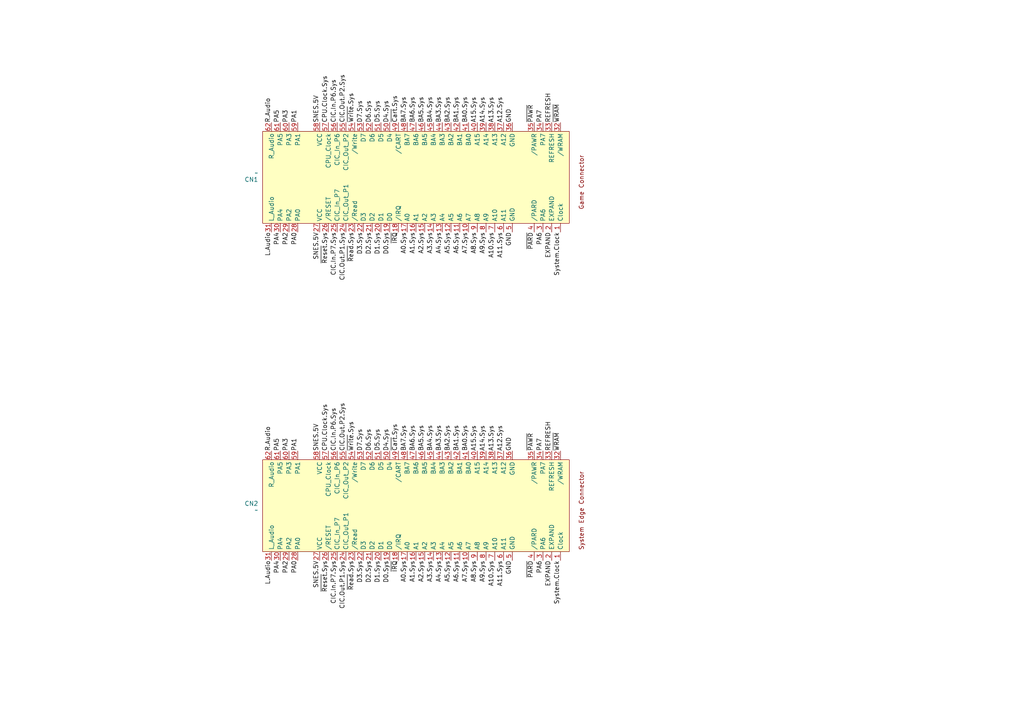
<source format=kicad_sch>
(kicad_sch
	(version 20231120)
	(generator "eeschema")
	(generator_version "8.0")
	(uuid "731ce6b9-d302-48ed-9f08-660df7ec43b3")
	(paper "A4")
	(lib_symbols
		(symbol "!SF7:SNES_Connector"
			(exclude_from_sim no)
			(in_bom yes)
			(on_board yes)
			(property "Reference" "CN2"
				(at 0.635 -48.26 0)
				(effects
					(font
						(size 1.27 1.27)
					)
				)
			)
			(property "Value" "~"
				(at 0.635 -45.72 0)
				(effects
					(font
						(size 1.27 1.27)
					)
				)
			)
			(property "Footprint" "SFIII:Cartridge Slot"
				(at 0 0 0)
				(effects
					(font
						(size 1.27 1.27)
					)
					(hide yes)
				)
			)
			(property "Datasheet" ""
				(at 0 0 0)
				(effects
					(font
						(size 1.27 1.27)
					)
					(hide yes)
				)
			)
			(property "Description" ""
				(at 0 0 0)
				(effects
					(font
						(size 1.27 1.27)
					)
					(hide yes)
				)
			)
			(symbol "SNES_Connector_1_1"
				(rectangle
					(start -12.7 44.45)
					(end 13.97 -44.45)
					(stroke
						(width 0)
						(type default)
					)
					(fill
						(type background)
					)
				)
				(text "System Edge Connector"
					(at -0.762 48.006 0)
					(effects
						(font
							(size 1.27 1.27)
						)
					)
				)
				(pin input line
					(at -15.24 41.91 0)
					(length 2.54)
					(name "Clock"
						(effects
							(font
								(size 1.27 1.27)
							)
						)
					)
					(number "1"
						(effects
							(font
								(size 1.27 1.27)
							)
						)
					)
				)
				(pin input line
					(at -15.24 15.24 0)
					(length 2.54)
					(name "A7"
						(effects
							(font
								(size 1.27 1.27)
							)
						)
					)
					(number "10"
						(effects
							(font
								(size 1.27 1.27)
							)
						)
					)
				)
				(pin input line
					(at -15.24 12.7 0)
					(length 2.54)
					(name "A6"
						(effects
							(font
								(size 1.27 1.27)
							)
						)
					)
					(number "11"
						(effects
							(font
								(size 1.27 1.27)
							)
						)
					)
				)
				(pin input line
					(at -15.24 10.16 0)
					(length 2.54)
					(name "A5"
						(effects
							(font
								(size 1.27 1.27)
							)
						)
					)
					(number "12"
						(effects
							(font
								(size 1.27 1.27)
							)
						)
					)
				)
				(pin input line
					(at -15.24 7.62 0)
					(length 2.54)
					(name "A4"
						(effects
							(font
								(size 1.27 1.27)
							)
						)
					)
					(number "13"
						(effects
							(font
								(size 1.27 1.27)
							)
						)
					)
				)
				(pin input line
					(at -15.24 5.08 0)
					(length 2.54)
					(name "A3"
						(effects
							(font
								(size 1.27 1.27)
							)
						)
					)
					(number "14"
						(effects
							(font
								(size 1.27 1.27)
							)
						)
					)
				)
				(pin input line
					(at -15.24 2.54 0)
					(length 2.54)
					(name "A2"
						(effects
							(font
								(size 1.27 1.27)
							)
						)
					)
					(number "15"
						(effects
							(font
								(size 1.27 1.27)
							)
						)
					)
				)
				(pin input line
					(at -15.24 0 0)
					(length 2.54)
					(name "A1"
						(effects
							(font
								(size 1.27 1.27)
							)
						)
					)
					(number "16"
						(effects
							(font
								(size 1.27 1.27)
							)
						)
					)
				)
				(pin input line
					(at -15.24 -2.54 0)
					(length 2.54)
					(name "A0"
						(effects
							(font
								(size 1.27 1.27)
							)
						)
					)
					(number "17"
						(effects
							(font
								(size 1.27 1.27)
							)
						)
					)
				)
				(pin input line
					(at -15.24 -5.08 0)
					(length 2.54)
					(name "/IRQ"
						(effects
							(font
								(size 1.27 1.27)
							)
						)
					)
					(number "18"
						(effects
							(font
								(size 1.27 1.27)
							)
						)
					)
				)
				(pin input line
					(at -15.24 -7.62 0)
					(length 2.54)
					(name "D0"
						(effects
							(font
								(size 1.27 1.27)
							)
						)
					)
					(number "19"
						(effects
							(font
								(size 1.27 1.27)
							)
						)
					)
				)
				(pin input line
					(at -15.24 39.37 0)
					(length 2.54)
					(name "EXPAND"
						(effects
							(font
								(size 1.27 1.27)
							)
						)
					)
					(number "2"
						(effects
							(font
								(size 1.27 1.27)
							)
						)
					)
				)
				(pin input line
					(at -15.24 -10.16 0)
					(length 2.54)
					(name "D1"
						(effects
							(font
								(size 1.27 1.27)
							)
						)
					)
					(number "20"
						(effects
							(font
								(size 1.27 1.27)
							)
						)
					)
				)
				(pin input line
					(at -15.24 -12.7 0)
					(length 2.54)
					(name "D2"
						(effects
							(font
								(size 1.27 1.27)
							)
						)
					)
					(number "21"
						(effects
							(font
								(size 1.27 1.27)
							)
						)
					)
				)
				(pin input line
					(at -15.24 -15.24 0)
					(length 2.54)
					(name "D3"
						(effects
							(font
								(size 1.27 1.27)
							)
						)
					)
					(number "22"
						(effects
							(font
								(size 1.27 1.27)
							)
						)
					)
				)
				(pin input line
					(at -15.24 -17.78 0)
					(length 2.54)
					(name "/Read"
						(effects
							(font
								(size 1.27 1.27)
							)
						)
					)
					(number "23"
						(effects
							(font
								(size 1.27 1.27)
							)
						)
					)
				)
				(pin input line
					(at -15.24 -20.32 0)
					(length 2.54)
					(name "CIC_Out_P1"
						(effects
							(font
								(size 1.27 1.27)
							)
						)
					)
					(number "24"
						(effects
							(font
								(size 1.27 1.27)
							)
						)
					)
				)
				(pin input line
					(at -15.24 -22.86 0)
					(length 2.54)
					(name "CIC_In_P7"
						(effects
							(font
								(size 1.27 1.27)
							)
						)
					)
					(number "25"
						(effects
							(font
								(size 1.27 1.27)
							)
						)
					)
				)
				(pin input line
					(at -15.24 -25.4 0)
					(length 2.54)
					(name "/RESET"
						(effects
							(font
								(size 1.27 1.27)
							)
						)
					)
					(number "26"
						(effects
							(font
								(size 1.27 1.27)
							)
						)
					)
				)
				(pin power_in line
					(at -15.24 -27.94 0)
					(length 2.54)
					(name "VCC"
						(effects
							(font
								(size 1.27 1.27)
							)
						)
					)
					(number "27"
						(effects
							(font
								(size 1.27 1.27)
							)
						)
					)
				)
				(pin input line
					(at -15.24 -34.29 0)
					(length 2.54)
					(name "PA0"
						(effects
							(font
								(size 1.27 1.27)
							)
						)
					)
					(number "28"
						(effects
							(font
								(size 1.27 1.27)
							)
						)
					)
				)
				(pin input line
					(at -15.24 -36.83 0)
					(length 2.54)
					(name "PA2"
						(effects
							(font
								(size 1.27 1.27)
							)
						)
					)
					(number "29"
						(effects
							(font
								(size 1.27 1.27)
							)
						)
					)
				)
				(pin input line
					(at -15.24 36.83 0)
					(length 2.54)
					(name "PA6"
						(effects
							(font
								(size 1.27 1.27)
							)
						)
					)
					(number "3"
						(effects
							(font
								(size 1.27 1.27)
							)
						)
					)
				)
				(pin input line
					(at -15.24 -39.37 0)
					(length 2.54)
					(name "PA4"
						(effects
							(font
								(size 1.27 1.27)
							)
						)
					)
					(number "30"
						(effects
							(font
								(size 1.27 1.27)
							)
						)
					)
				)
				(pin input line
					(at -15.24 -41.91 0)
					(length 2.54)
					(name "L_Audio"
						(effects
							(font
								(size 1.27 1.27)
							)
						)
					)
					(number "31"
						(effects
							(font
								(size 1.27 1.27)
							)
						)
					)
				)
				(pin input line
					(at 16.51 41.91 180)
					(length 2.54)
					(name "/WRAM"
						(effects
							(font
								(size 1.27 1.27)
							)
						)
					)
					(number "32"
						(effects
							(font
								(size 1.27 1.27)
							)
						)
					)
				)
				(pin input line
					(at 16.51 39.37 180)
					(length 2.54)
					(name "REFRESH"
						(effects
							(font
								(size 1.27 1.27)
							)
						)
					)
					(number "33"
						(effects
							(font
								(size 1.27 1.27)
							)
						)
					)
				)
				(pin input line
					(at 16.51 36.83 180)
					(length 2.54)
					(name "PA7"
						(effects
							(font
								(size 1.27 1.27)
							)
						)
					)
					(number "34"
						(effects
							(font
								(size 1.27 1.27)
							)
						)
					)
				)
				(pin input line
					(at 16.51 34.29 180)
					(length 2.54)
					(name "/PAWR"
						(effects
							(font
								(size 1.27 1.27)
							)
						)
					)
					(number "35"
						(effects
							(font
								(size 1.27 1.27)
							)
						)
					)
				)
				(pin power_in line
					(at 16.51 27.94 180)
					(length 2.54)
					(name "GND"
						(effects
							(font
								(size 1.27 1.27)
							)
						)
					)
					(number "36"
						(effects
							(font
								(size 1.27 1.27)
							)
						)
					)
				)
				(pin input line
					(at 16.51 25.4 180)
					(length 2.54)
					(name "A12"
						(effects
							(font
								(size 1.27 1.27)
							)
						)
					)
					(number "37"
						(effects
							(font
								(size 1.27 1.27)
							)
						)
					)
				)
				(pin input line
					(at 16.51 22.86 180)
					(length 2.54)
					(name "A13"
						(effects
							(font
								(size 1.27 1.27)
							)
						)
					)
					(number "38"
						(effects
							(font
								(size 1.27 1.27)
							)
						)
					)
				)
				(pin input line
					(at 16.51 20.32 180)
					(length 2.54)
					(name "A14"
						(effects
							(font
								(size 1.27 1.27)
							)
						)
					)
					(number "39"
						(effects
							(font
								(size 1.27 1.27)
							)
						)
					)
				)
				(pin input line
					(at -15.24 34.29 0)
					(length 2.54)
					(name "/PARD"
						(effects
							(font
								(size 1.27 1.27)
							)
						)
					)
					(number "4"
						(effects
							(font
								(size 1.27 1.27)
							)
						)
					)
				)
				(pin input line
					(at 16.51 17.78 180)
					(length 2.54)
					(name "A15"
						(effects
							(font
								(size 1.27 1.27)
							)
						)
					)
					(number "40"
						(effects
							(font
								(size 1.27 1.27)
							)
						)
					)
				)
				(pin input line
					(at 16.51 15.24 180)
					(length 2.54)
					(name "BA0"
						(effects
							(font
								(size 1.27 1.27)
							)
						)
					)
					(number "41"
						(effects
							(font
								(size 1.27 1.27)
							)
						)
					)
				)
				(pin input line
					(at 16.51 12.7 180)
					(length 2.54)
					(name "BA1"
						(effects
							(font
								(size 1.27 1.27)
							)
						)
					)
					(number "42"
						(effects
							(font
								(size 1.27 1.27)
							)
						)
					)
				)
				(pin input line
					(at 16.51 10.16 180)
					(length 2.54)
					(name "BA2"
						(effects
							(font
								(size 1.27 1.27)
							)
						)
					)
					(number "43"
						(effects
							(font
								(size 1.27 1.27)
							)
						)
					)
				)
				(pin input line
					(at 16.51 7.62 180)
					(length 2.54)
					(name "BA3"
						(effects
							(font
								(size 1.27 1.27)
							)
						)
					)
					(number "44"
						(effects
							(font
								(size 1.27 1.27)
							)
						)
					)
				)
				(pin input line
					(at 16.51 5.08 180)
					(length 2.54)
					(name "BA4"
						(effects
							(font
								(size 1.27 1.27)
							)
						)
					)
					(number "45"
						(effects
							(font
								(size 1.27 1.27)
							)
						)
					)
				)
				(pin input line
					(at 16.51 2.54 180)
					(length 2.54)
					(name "BA5"
						(effects
							(font
								(size 1.27 1.27)
							)
						)
					)
					(number "46"
						(effects
							(font
								(size 1.27 1.27)
							)
						)
					)
				)
				(pin input line
					(at 16.51 0 180)
					(length 2.54)
					(name "BA6"
						(effects
							(font
								(size 1.27 1.27)
							)
						)
					)
					(number "47"
						(effects
							(font
								(size 1.27 1.27)
							)
						)
					)
				)
				(pin input line
					(at 16.51 -2.54 180)
					(length 2.54)
					(name "BA7"
						(effects
							(font
								(size 1.27 1.27)
							)
						)
					)
					(number "48"
						(effects
							(font
								(size 1.27 1.27)
							)
						)
					)
				)
				(pin input line
					(at 16.51 -5.08 180)
					(length 2.54)
					(name "/CART"
						(effects
							(font
								(size 1.27 1.27)
							)
						)
					)
					(number "49"
						(effects
							(font
								(size 1.27 1.27)
							)
						)
					)
				)
				(pin power_in line
					(at -15.24 27.94 0)
					(length 2.54)
					(name "GND"
						(effects
							(font
								(size 1.27 1.27)
							)
						)
					)
					(number "5"
						(effects
							(font
								(size 1.27 1.27)
							)
						)
					)
				)
				(pin input line
					(at 16.51 -7.62 180)
					(length 2.54)
					(name "D4"
						(effects
							(font
								(size 1.27 1.27)
							)
						)
					)
					(number "50"
						(effects
							(font
								(size 1.27 1.27)
							)
						)
					)
				)
				(pin input line
					(at 16.51 -10.16 180)
					(length 2.54)
					(name "D5"
						(effects
							(font
								(size 1.27 1.27)
							)
						)
					)
					(number "51"
						(effects
							(font
								(size 1.27 1.27)
							)
						)
					)
				)
				(pin input line
					(at 16.51 -12.7 180)
					(length 2.54)
					(name "D6"
						(effects
							(font
								(size 1.27 1.27)
							)
						)
					)
					(number "52"
						(effects
							(font
								(size 1.27 1.27)
							)
						)
					)
				)
				(pin input line
					(at 16.51 -15.24 180)
					(length 2.54)
					(name "D7"
						(effects
							(font
								(size 1.27 1.27)
							)
						)
					)
					(number "53"
						(effects
							(font
								(size 1.27 1.27)
							)
						)
					)
				)
				(pin input line
					(at 16.51 -17.78 180)
					(length 2.54)
					(name "/Write"
						(effects
							(font
								(size 1.27 1.27)
							)
						)
					)
					(number "54"
						(effects
							(font
								(size 1.27 1.27)
							)
						)
					)
				)
				(pin input line
					(at 16.51 -20.32 180)
					(length 2.54)
					(name "CIC_Out_P2"
						(effects
							(font
								(size 1.27 1.27)
							)
						)
					)
					(number "55"
						(effects
							(font
								(size 1.27 1.27)
							)
						)
					)
				)
				(pin input line
					(at 16.51 -22.86 180)
					(length 2.54)
					(name "CIC_In_P6"
						(effects
							(font
								(size 1.27 1.27)
							)
						)
					)
					(number "56"
						(effects
							(font
								(size 1.27 1.27)
							)
						)
					)
				)
				(pin input line
					(at 16.51 -25.4 180)
					(length 2.54)
					(name "CPU_Clock"
						(effects
							(font
								(size 1.27 1.27)
							)
						)
					)
					(number "57"
						(effects
							(font
								(size 1.27 1.27)
							)
						)
					)
				)
				(pin power_in line
					(at 16.51 -27.94 180)
					(length 2.54)
					(name "VCC"
						(effects
							(font
								(size 1.27 1.27)
							)
						)
					)
					(number "58"
						(effects
							(font
								(size 1.27 1.27)
							)
						)
					)
				)
				(pin input line
					(at 16.51 -34.29 180)
					(length 2.54)
					(name "PA1"
						(effects
							(font
								(size 1.27 1.27)
							)
						)
					)
					(number "59"
						(effects
							(font
								(size 1.27 1.27)
							)
						)
					)
				)
				(pin input line
					(at -15.24 25.4 0)
					(length 2.54)
					(name "A11"
						(effects
							(font
								(size 1.27 1.27)
							)
						)
					)
					(number "6"
						(effects
							(font
								(size 1.27 1.27)
							)
						)
					)
				)
				(pin input line
					(at 16.51 -36.83 180)
					(length 2.54)
					(name "PA3"
						(effects
							(font
								(size 1.27 1.27)
							)
						)
					)
					(number "60"
						(effects
							(font
								(size 1.27 1.27)
							)
						)
					)
				)
				(pin input line
					(at 16.51 -39.37 180)
					(length 2.54)
					(name "PA5"
						(effects
							(font
								(size 1.27 1.27)
							)
						)
					)
					(number "61"
						(effects
							(font
								(size 1.27 1.27)
							)
						)
					)
				)
				(pin input line
					(at 16.51 -41.91 180)
					(length 2.54)
					(name "R_Audio"
						(effects
							(font
								(size 1.27 1.27)
							)
						)
					)
					(number "62"
						(effects
							(font
								(size 1.27 1.27)
							)
						)
					)
				)
				(pin input line
					(at -15.24 22.86 0)
					(length 2.54)
					(name "A10"
						(effects
							(font
								(size 1.27 1.27)
							)
						)
					)
					(number "7"
						(effects
							(font
								(size 1.27 1.27)
							)
						)
					)
				)
				(pin input line
					(at -15.24 20.32 0)
					(length 2.54)
					(name "A9"
						(effects
							(font
								(size 1.27 1.27)
							)
						)
					)
					(number "8"
						(effects
							(font
								(size 1.27 1.27)
							)
						)
					)
				)
				(pin input line
					(at -15.24 17.78 0)
					(length 2.54)
					(name "A8"
						(effects
							(font
								(size 1.27 1.27)
							)
						)
					)
					(number "9"
						(effects
							(font
								(size 1.27 1.27)
							)
						)
					)
				)
			)
		)
		(symbol "!SF7:SNES_Connector_1"
			(exclude_from_sim no)
			(in_bom yes)
			(on_board yes)
			(property "Reference" "CN1"
				(at -0.0001 -45.72 90)
				(effects
					(font
						(size 1.27 1.27)
					)
					(justify right)
				)
			)
			(property "Value" "~"
				(at 1.905 -45.72 90)
				(effects
					(font
						(size 1.27 1.27)
					)
					(justify right)
				)
			)
			(property "Footprint" "SFIII:Cartridge Slot"
				(at 0 0 0)
				(effects
					(font
						(size 1.27 1.27)
					)
					(hide yes)
				)
			)
			(property "Datasheet" ""
				(at 0 0 0)
				(effects
					(font
						(size 1.27 1.27)
					)
					(hide yes)
				)
			)
			(property "Description" ""
				(at 0 0 0)
				(effects
					(font
						(size 1.27 1.27)
					)
					(hide yes)
				)
			)
			(symbol "SNES_Connector_1_1_1"
				(rectangle
					(start -12.7 44.45)
					(end 13.97 -44.45)
					(stroke
						(width 0)
						(type default)
					)
					(fill
						(type background)
					)
				)
				(text "Game Connector"
					(at -0.762 48.006 0)
					(effects
						(font
							(size 1.27 1.27)
						)
					)
				)
				(pin input line
					(at -15.24 41.91 0)
					(length 2.54)
					(name "Clock"
						(effects
							(font
								(size 1.27 1.27)
							)
						)
					)
					(number "1"
						(effects
							(font
								(size 1.27 1.27)
							)
						)
					)
				)
				(pin input line
					(at -15.24 15.24 0)
					(length 2.54)
					(name "A7"
						(effects
							(font
								(size 1.27 1.27)
							)
						)
					)
					(number "10"
						(effects
							(font
								(size 1.27 1.27)
							)
						)
					)
				)
				(pin input line
					(at -15.24 12.7 0)
					(length 2.54)
					(name "A6"
						(effects
							(font
								(size 1.27 1.27)
							)
						)
					)
					(number "11"
						(effects
							(font
								(size 1.27 1.27)
							)
						)
					)
				)
				(pin input line
					(at -15.24 10.16 0)
					(length 2.54)
					(name "A5"
						(effects
							(font
								(size 1.27 1.27)
							)
						)
					)
					(number "12"
						(effects
							(font
								(size 1.27 1.27)
							)
						)
					)
				)
				(pin input line
					(at -15.24 7.62 0)
					(length 2.54)
					(name "A4"
						(effects
							(font
								(size 1.27 1.27)
							)
						)
					)
					(number "13"
						(effects
							(font
								(size 1.27 1.27)
							)
						)
					)
				)
				(pin input line
					(at -15.24 5.08 0)
					(length 2.54)
					(name "A3"
						(effects
							(font
								(size 1.27 1.27)
							)
						)
					)
					(number "14"
						(effects
							(font
								(size 1.27 1.27)
							)
						)
					)
				)
				(pin input line
					(at -15.24 2.54 0)
					(length 2.54)
					(name "A2"
						(effects
							(font
								(size 1.27 1.27)
							)
						)
					)
					(number "15"
						(effects
							(font
								(size 1.27 1.27)
							)
						)
					)
				)
				(pin input line
					(at -15.24 0 0)
					(length 2.54)
					(name "A1"
						(effects
							(font
								(size 1.27 1.27)
							)
						)
					)
					(number "16"
						(effects
							(font
								(size 1.27 1.27)
							)
						)
					)
				)
				(pin input line
					(at -15.24 -2.54 0)
					(length 2.54)
					(name "A0"
						(effects
							(font
								(size 1.27 1.27)
							)
						)
					)
					(number "17"
						(effects
							(font
								(size 1.27 1.27)
							)
						)
					)
				)
				(pin input line
					(at -15.24 -5.08 0)
					(length 2.54)
					(name "/IRQ"
						(effects
							(font
								(size 1.27 1.27)
							)
						)
					)
					(number "18"
						(effects
							(font
								(size 1.27 1.27)
							)
						)
					)
				)
				(pin input line
					(at -15.24 -7.62 0)
					(length 2.54)
					(name "D0"
						(effects
							(font
								(size 1.27 1.27)
							)
						)
					)
					(number "19"
						(effects
							(font
								(size 1.27 1.27)
							)
						)
					)
				)
				(pin input line
					(at -15.24 39.37 0)
					(length 2.54)
					(name "EXPAND"
						(effects
							(font
								(size 1.27 1.27)
							)
						)
					)
					(number "2"
						(effects
							(font
								(size 1.27 1.27)
							)
						)
					)
				)
				(pin input line
					(at -15.24 -10.16 0)
					(length 2.54)
					(name "D1"
						(effects
							(font
								(size 1.27 1.27)
							)
						)
					)
					(number "20"
						(effects
							(font
								(size 1.27 1.27)
							)
						)
					)
				)
				(pin input line
					(at -15.24 -12.7 0)
					(length 2.54)
					(name "D2"
						(effects
							(font
								(size 1.27 1.27)
							)
						)
					)
					(number "21"
						(effects
							(font
								(size 1.27 1.27)
							)
						)
					)
				)
				(pin input line
					(at -15.24 -15.24 0)
					(length 2.54)
					(name "D3"
						(effects
							(font
								(size 1.27 1.27)
							)
						)
					)
					(number "22"
						(effects
							(font
								(size 1.27 1.27)
							)
						)
					)
				)
				(pin input line
					(at -15.24 -17.78 0)
					(length 2.54)
					(name "/Read"
						(effects
							(font
								(size 1.27 1.27)
							)
						)
					)
					(number "23"
						(effects
							(font
								(size 1.27 1.27)
							)
						)
					)
				)
				(pin input line
					(at -15.24 -20.32 0)
					(length 2.54)
					(name "CIC_Out_P1"
						(effects
							(font
								(size 1.27 1.27)
							)
						)
					)
					(number "24"
						(effects
							(font
								(size 1.27 1.27)
							)
						)
					)
				)
				(pin input line
					(at -15.24 -22.86 0)
					(length 2.54)
					(name "CIC_In_P7"
						(effects
							(font
								(size 1.27 1.27)
							)
						)
					)
					(number "25"
						(effects
							(font
								(size 1.27 1.27)
							)
						)
					)
				)
				(pin input line
					(at -15.24 -25.4 0)
					(length 2.54)
					(name "/RESET"
						(effects
							(font
								(size 1.27 1.27)
							)
						)
					)
					(number "26"
						(effects
							(font
								(size 1.27 1.27)
							)
						)
					)
				)
				(pin power_in line
					(at -15.24 -27.94 0)
					(length 2.54)
					(name "VCC"
						(effects
							(font
								(size 1.27 1.27)
							)
						)
					)
					(number "27"
						(effects
							(font
								(size 1.27 1.27)
							)
						)
					)
				)
				(pin input line
					(at -15.24 -34.29 0)
					(length 2.54)
					(name "PA0"
						(effects
							(font
								(size 1.27 1.27)
							)
						)
					)
					(number "28"
						(effects
							(font
								(size 1.27 1.27)
							)
						)
					)
				)
				(pin input line
					(at -15.24 -36.83 0)
					(length 2.54)
					(name "PA2"
						(effects
							(font
								(size 1.27 1.27)
							)
						)
					)
					(number "29"
						(effects
							(font
								(size 1.27 1.27)
							)
						)
					)
				)
				(pin input line
					(at -15.24 36.83 0)
					(length 2.54)
					(name "PA6"
						(effects
							(font
								(size 1.27 1.27)
							)
						)
					)
					(number "3"
						(effects
							(font
								(size 1.27 1.27)
							)
						)
					)
				)
				(pin input line
					(at -15.24 -39.37 0)
					(length 2.54)
					(name "PA4"
						(effects
							(font
								(size 1.27 1.27)
							)
						)
					)
					(number "30"
						(effects
							(font
								(size 1.27 1.27)
							)
						)
					)
				)
				(pin input line
					(at -15.24 -41.91 0)
					(length 2.54)
					(name "L_Audio"
						(effects
							(font
								(size 1.27 1.27)
							)
						)
					)
					(number "31"
						(effects
							(font
								(size 1.27 1.27)
							)
						)
					)
				)
				(pin input line
					(at 16.51 41.91 180)
					(length 2.54)
					(name "/WRAM"
						(effects
							(font
								(size 1.27 1.27)
							)
						)
					)
					(number "32"
						(effects
							(font
								(size 1.27 1.27)
							)
						)
					)
				)
				(pin input line
					(at 16.51 39.37 180)
					(length 2.54)
					(name "REFRESH"
						(effects
							(font
								(size 1.27 1.27)
							)
						)
					)
					(number "33"
						(effects
							(font
								(size 1.27 1.27)
							)
						)
					)
				)
				(pin input line
					(at 16.51 36.83 180)
					(length 2.54)
					(name "PA7"
						(effects
							(font
								(size 1.27 1.27)
							)
						)
					)
					(number "34"
						(effects
							(font
								(size 1.27 1.27)
							)
						)
					)
				)
				(pin input line
					(at 16.51 34.29 180)
					(length 2.54)
					(name "/PAWR"
						(effects
							(font
								(size 1.27 1.27)
							)
						)
					)
					(number "35"
						(effects
							(font
								(size 1.27 1.27)
							)
						)
					)
				)
				(pin power_in line
					(at 16.51 27.94 180)
					(length 2.54)
					(name "GND"
						(effects
							(font
								(size 1.27 1.27)
							)
						)
					)
					(number "36"
						(effects
							(font
								(size 1.27 1.27)
							)
						)
					)
				)
				(pin input line
					(at 16.51 25.4 180)
					(length 2.54)
					(name "A12"
						(effects
							(font
								(size 1.27 1.27)
							)
						)
					)
					(number "37"
						(effects
							(font
								(size 1.27 1.27)
							)
						)
					)
				)
				(pin input line
					(at 16.51 22.86 180)
					(length 2.54)
					(name "A13"
						(effects
							(font
								(size 1.27 1.27)
							)
						)
					)
					(number "38"
						(effects
							(font
								(size 1.27 1.27)
							)
						)
					)
				)
				(pin input line
					(at 16.51 20.32 180)
					(length 2.54)
					(name "A14"
						(effects
							(font
								(size 1.27 1.27)
							)
						)
					)
					(number "39"
						(effects
							(font
								(size 1.27 1.27)
							)
						)
					)
				)
				(pin input line
					(at -15.24 34.29 0)
					(length 2.54)
					(name "/PARD"
						(effects
							(font
								(size 1.27 1.27)
							)
						)
					)
					(number "4"
						(effects
							(font
								(size 1.27 1.27)
							)
						)
					)
				)
				(pin input line
					(at 16.51 17.78 180)
					(length 2.54)
					(name "A15"
						(effects
							(font
								(size 1.27 1.27)
							)
						)
					)
					(number "40"
						(effects
							(font
								(size 1.27 1.27)
							)
						)
					)
				)
				(pin input line
					(at 16.51 15.24 180)
					(length 2.54)
					(name "BA0"
						(effects
							(font
								(size 1.27 1.27)
							)
						)
					)
					(number "41"
						(effects
							(font
								(size 1.27 1.27)
							)
						)
					)
				)
				(pin input line
					(at 16.51 12.7 180)
					(length 2.54)
					(name "BA1"
						(effects
							(font
								(size 1.27 1.27)
							)
						)
					)
					(number "42"
						(effects
							(font
								(size 1.27 1.27)
							)
						)
					)
				)
				(pin input line
					(at 16.51 10.16 180)
					(length 2.54)
					(name "BA2"
						(effects
							(font
								(size 1.27 1.27)
							)
						)
					)
					(number "43"
						(effects
							(font
								(size 1.27 1.27)
							)
						)
					)
				)
				(pin input line
					(at 16.51 7.62 180)
					(length 2.54)
					(name "BA3"
						(effects
							(font
								(size 1.27 1.27)
							)
						)
					)
					(number "44"
						(effects
							(font
								(size 1.27 1.27)
							)
						)
					)
				)
				(pin input line
					(at 16.51 5.08 180)
					(length 2.54)
					(name "BA4"
						(effects
							(font
								(size 1.27 1.27)
							)
						)
					)
					(number "45"
						(effects
							(font
								(size 1.27 1.27)
							)
						)
					)
				)
				(pin input line
					(at 16.51 2.54 180)
					(length 2.54)
					(name "BA5"
						(effects
							(font
								(size 1.27 1.27)
							)
						)
					)
					(number "46"
						(effects
							(font
								(size 1.27 1.27)
							)
						)
					)
				)
				(pin input line
					(at 16.51 0 180)
					(length 2.54)
					(name "BA6"
						(effects
							(font
								(size 1.27 1.27)
							)
						)
					)
					(number "47"
						(effects
							(font
								(size 1.27 1.27)
							)
						)
					)
				)
				(pin input line
					(at 16.51 -2.54 180)
					(length 2.54)
					(name "BA7"
						(effects
							(font
								(size 1.27 1.27)
							)
						)
					)
					(number "48"
						(effects
							(font
								(size 1.27 1.27)
							)
						)
					)
				)
				(pin input line
					(at 16.51 -5.08 180)
					(length 2.54)
					(name "/CART"
						(effects
							(font
								(size 1.27 1.27)
							)
						)
					)
					(number "49"
						(effects
							(font
								(size 1.27 1.27)
							)
						)
					)
				)
				(pin power_in line
					(at -15.24 27.94 0)
					(length 2.54)
					(name "GND"
						(effects
							(font
								(size 1.27 1.27)
							)
						)
					)
					(number "5"
						(effects
							(font
								(size 1.27 1.27)
							)
						)
					)
				)
				(pin input line
					(at 16.51 -7.62 180)
					(length 2.54)
					(name "D4"
						(effects
							(font
								(size 1.27 1.27)
							)
						)
					)
					(number "50"
						(effects
							(font
								(size 1.27 1.27)
							)
						)
					)
				)
				(pin input line
					(at 16.51 -10.16 180)
					(length 2.54)
					(name "D5"
						(effects
							(font
								(size 1.27 1.27)
							)
						)
					)
					(number "51"
						(effects
							(font
								(size 1.27 1.27)
							)
						)
					)
				)
				(pin input line
					(at 16.51 -12.7 180)
					(length 2.54)
					(name "D6"
						(effects
							(font
								(size 1.27 1.27)
							)
						)
					)
					(number "52"
						(effects
							(font
								(size 1.27 1.27)
							)
						)
					)
				)
				(pin input line
					(at 16.51 -15.24 180)
					(length 2.54)
					(name "D7"
						(effects
							(font
								(size 1.27 1.27)
							)
						)
					)
					(number "53"
						(effects
							(font
								(size 1.27 1.27)
							)
						)
					)
				)
				(pin input line
					(at 16.51 -17.78 180)
					(length 2.54)
					(name "/Write"
						(effects
							(font
								(size 1.27 1.27)
							)
						)
					)
					(number "54"
						(effects
							(font
								(size 1.27 1.27)
							)
						)
					)
				)
				(pin input line
					(at 16.51 -20.32 180)
					(length 2.54)
					(name "CIC_Out_P2"
						(effects
							(font
								(size 1.27 1.27)
							)
						)
					)
					(number "55"
						(effects
							(font
								(size 1.27 1.27)
							)
						)
					)
				)
				(pin input line
					(at 16.51 -22.86 180)
					(length 2.54)
					(name "CIC_In_P6"
						(effects
							(font
								(size 1.27 1.27)
							)
						)
					)
					(number "56"
						(effects
							(font
								(size 1.27 1.27)
							)
						)
					)
				)
				(pin input line
					(at 16.51 -25.4 180)
					(length 2.54)
					(name "CPU_Clock"
						(effects
							(font
								(size 1.27 1.27)
							)
						)
					)
					(number "57"
						(effects
							(font
								(size 1.27 1.27)
							)
						)
					)
				)
				(pin power_in line
					(at 16.51 -27.94 180)
					(length 2.54)
					(name "VCC"
						(effects
							(font
								(size 1.27 1.27)
							)
						)
					)
					(number "58"
						(effects
							(font
								(size 1.27 1.27)
							)
						)
					)
				)
				(pin input line
					(at 16.51 -34.29 180)
					(length 2.54)
					(name "PA1"
						(effects
							(font
								(size 1.27 1.27)
							)
						)
					)
					(number "59"
						(effects
							(font
								(size 1.27 1.27)
							)
						)
					)
				)
				(pin input line
					(at -15.24 25.4 0)
					(length 2.54)
					(name "A11"
						(effects
							(font
								(size 1.27 1.27)
							)
						)
					)
					(number "6"
						(effects
							(font
								(size 1.27 1.27)
							)
						)
					)
				)
				(pin input line
					(at 16.51 -36.83 180)
					(length 2.54)
					(name "PA3"
						(effects
							(font
								(size 1.27 1.27)
							)
						)
					)
					(number "60"
						(effects
							(font
								(size 1.27 1.27)
							)
						)
					)
				)
				(pin input line
					(at 16.51 -39.37 180)
					(length 2.54)
					(name "PA5"
						(effects
							(font
								(size 1.27 1.27)
							)
						)
					)
					(number "61"
						(effects
							(font
								(size 1.27 1.27)
							)
						)
					)
				)
				(pin input line
					(at 16.51 -41.91 180)
					(length 2.54)
					(name "R_Audio"
						(effects
							(font
								(size 1.27 1.27)
							)
						)
					)
					(number "62"
						(effects
							(font
								(size 1.27 1.27)
							)
						)
					)
				)
				(pin input line
					(at -15.24 22.86 0)
					(length 2.54)
					(name "A10"
						(effects
							(font
								(size 1.27 1.27)
							)
						)
					)
					(number "7"
						(effects
							(font
								(size 1.27 1.27)
							)
						)
					)
				)
				(pin input line
					(at -15.24 20.32 0)
					(length 2.54)
					(name "A9"
						(effects
							(font
								(size 1.27 1.27)
							)
						)
					)
					(number "8"
						(effects
							(font
								(size 1.27 1.27)
							)
						)
					)
				)
				(pin input line
					(at -15.24 17.78 0)
					(length 2.54)
					(name "A8"
						(effects
							(font
								(size 1.27 1.27)
							)
						)
					)
					(number "9"
						(effects
							(font
								(size 1.27 1.27)
							)
						)
					)
				)
			)
		)
	)
	(label "GND"
		(at 148.59 67.31 270)
		(fields_autoplaced yes)
		(effects
			(font
				(size 1.27 1.27)
			)
			(justify right bottom)
		)
		(uuid "00f4263a-71c8-4eaa-b670-8df0d9b0d19e")
	)
	(label "A1.Sys"
		(at 120.65 67.31 270)
		(fields_autoplaced yes)
		(effects
			(font
				(size 1.27 1.27)
			)
			(justify right bottom)
		)
		(uuid "01bbdcc9-f91c-49b9-a1d3-6a76a971769d")
	)
	(label "D3.Sys"
		(at 105.41 67.31 270)
		(fields_autoplaced yes)
		(effects
			(font
				(size 1.27 1.27)
			)
			(justify right bottom)
		)
		(uuid "02d22eab-f78d-44df-8430-5dc499407a13")
	)
	(label "A0.Sys"
		(at 118.11 67.31 270)
		(fields_autoplaced yes)
		(effects
			(font
				(size 1.27 1.27)
			)
			(justify right bottom)
		)
		(uuid "06c4b5f1-7b0a-4584-bc2b-fcb1c12e6f89")
	)
	(label "A11.Sys"
		(at 146.05 162.56 270)
		(fields_autoplaced yes)
		(effects
			(font
				(size 1.27 1.27)
			)
			(justify right bottom)
		)
		(uuid "08c8ec15-8ae9-4c60-9ac1-f170bbd2f23c")
	)
	(label "~{Reset}.Sys"
		(at 95.25 67.31 270)
		(fields_autoplaced yes)
		(effects
			(font
				(size 1.27 1.27)
			)
			(justify right bottom)
		)
		(uuid "0ed673a8-3bf0-432f-be5f-5b96e0e62b4a")
	)
	(label "R.Audio"
		(at 78.74 35.56 90)
		(fields_autoplaced yes)
		(effects
			(font
				(size 1.27 1.27)
			)
			(justify left bottom)
		)
		(uuid "11de7724-931d-4f52-bda6-019e751b97fd")
	)
	(label "PA4"
		(at 81.28 67.31 270)
		(fields_autoplaced yes)
		(effects
			(font
				(size 1.27 1.27)
			)
			(justify right bottom)
		)
		(uuid "149277a8-d364-4629-81c1-5d43e8ef29ac")
	)
	(label "A8.Sys"
		(at 138.43 67.31 270)
		(fields_autoplaced yes)
		(effects
			(font
				(size 1.27 1.27)
			)
			(justify right bottom)
		)
		(uuid "1516c5d9-617b-4bac-a43e-3a9c4aad575c")
	)
	(label "PA7"
		(at 157.48 35.56 90)
		(fields_autoplaced yes)
		(effects
			(font
				(size 1.27 1.27)
			)
			(justify left bottom)
		)
		(uuid "1725b32c-1d69-4824-9d92-05a28121c870")
	)
	(label "A12.Sys"
		(at 146.05 130.81 90)
		(fields_autoplaced yes)
		(effects
			(font
				(size 1.27 1.27)
			)
			(justify left bottom)
		)
		(uuid "19adf3ab-edc3-45d0-8162-82347f4bb083")
	)
	(label "R.Audio"
		(at 78.74 130.81 90)
		(fields_autoplaced yes)
		(effects
			(font
				(size 1.27 1.27)
			)
			(justify left bottom)
		)
		(uuid "1ded9763-4f08-48a5-a211-8dcf58563e80")
	)
	(label "D1.Sys"
		(at 110.49 67.31 270)
		(fields_autoplaced yes)
		(effects
			(font
				(size 1.27 1.27)
			)
			(justify right bottom)
		)
		(uuid "1fcd20fd-98fb-4df4-87a4-b7c093368b67")
	)
	(label "A4.Sys"
		(at 128.27 67.31 270)
		(fields_autoplaced yes)
		(effects
			(font
				(size 1.27 1.27)
			)
			(justify right bottom)
		)
		(uuid "20168071-9cb4-475a-821b-6c06606cf582")
	)
	(label "PA5"
		(at 81.28 35.56 90)
		(fields_autoplaced yes)
		(effects
			(font
				(size 1.27 1.27)
			)
			(justify left bottom)
		)
		(uuid "224c558d-b135-4f73-b34e-9e869125892f")
	)
	(label "A13.Sys"
		(at 143.51 130.81 90)
		(fields_autoplaced yes)
		(effects
			(font
				(size 1.27 1.27)
			)
			(justify left bottom)
		)
		(uuid "22e5bae2-ddfb-4814-abb8-c5a7391a44da")
	)
	(label "PA4"
		(at 81.28 162.56 270)
		(fields_autoplaced yes)
		(effects
			(font
				(size 1.27 1.27)
			)
			(justify right bottom)
		)
		(uuid "240869d4-0b1b-48da-a9f0-03306df2351a")
	)
	(label "A5.Sys"
		(at 130.81 162.56 270)
		(fields_autoplaced yes)
		(effects
			(font
				(size 1.27 1.27)
			)
			(justify right bottom)
		)
		(uuid "244711d5-9129-4c2e-926f-f9da5ea10112")
	)
	(label "GND"
		(at 148.59 35.56 90)
		(fields_autoplaced yes)
		(effects
			(font
				(size 1.27 1.27)
			)
			(justify left bottom)
		)
		(uuid "281d565f-91dd-4a57-9f2c-687a54ec1734")
	)
	(label "BA4.Sys"
		(at 125.73 35.56 90)
		(fields_autoplaced yes)
		(effects
			(font
				(size 1.27 1.27)
			)
			(justify left bottom)
		)
		(uuid "2864d09d-452d-4127-8f99-cb36b25af8f4")
	)
	(label "CIC.Out.P1.Sys"
		(at 100.33 67.31 270)
		(fields_autoplaced yes)
		(effects
			(font
				(size 1.27 1.27)
			)
			(justify right bottom)
		)
		(uuid "2891f0c6-4bcd-4ee9-aea6-bdbb24fcf31f")
	)
	(label "A6.Sys"
		(at 133.35 67.31 270)
		(fields_autoplaced yes)
		(effects
			(font
				(size 1.27 1.27)
			)
			(justify right bottom)
		)
		(uuid "28e24387-2f33-45dd-aa8b-06164e59e66f")
	)
	(label "PA3"
		(at 83.82 130.81 90)
		(fields_autoplaced yes)
		(effects
			(font
				(size 1.27 1.27)
			)
			(justify left bottom)
		)
		(uuid "2c3cf4b6-4897-4949-b32c-89aebfcf3473")
	)
	(label "D5.Sys"
		(at 110.49 35.56 90)
		(fields_autoplaced yes)
		(effects
			(font
				(size 1.27 1.27)
			)
			(justify left bottom)
		)
		(uuid "2d507c5c-5643-4ea2-b860-74258b4b43a8")
	)
	(label "A15.Sys"
		(at 138.43 130.81 90)
		(fields_autoplaced yes)
		(effects
			(font
				(size 1.27 1.27)
			)
			(justify left bottom)
		)
		(uuid "2ec55520-0838-459e-b070-130a88520443")
	)
	(label "A14.Sys"
		(at 140.97 35.56 90)
		(fields_autoplaced yes)
		(effects
			(font
				(size 1.27 1.27)
			)
			(justify left bottom)
		)
		(uuid "35277ad6-b2ab-4968-acd5-af73c759d7c0")
	)
	(label "A2.Sys"
		(at 123.19 67.31 270)
		(fields_autoplaced yes)
		(effects
			(font
				(size 1.27 1.27)
			)
			(justify right bottom)
		)
		(uuid "3658decd-639c-4764-8dd9-efc161ac7773")
	)
	(label "PA1"
		(at 86.36 130.81 90)
		(fields_autoplaced yes)
		(effects
			(font
				(size 1.27 1.27)
			)
			(justify left bottom)
		)
		(uuid "36aadbf1-2ad1-4513-89c6-400e28a0e701")
	)
	(label "D4.Sys"
		(at 113.03 35.56 90)
		(fields_autoplaced yes)
		(effects
			(font
				(size 1.27 1.27)
			)
			(justify left bottom)
		)
		(uuid "39a73af7-fa22-4acc-b508-69fcdd4721a9")
	)
	(label "~{Reset}.Sys"
		(at 95.25 162.56 270)
		(fields_autoplaced yes)
		(effects
			(font
				(size 1.27 1.27)
			)
			(justify right bottom)
		)
		(uuid "39ec1c5a-acda-4bcb-8910-c63997cc7da6")
	)
	(label "A4.Sys"
		(at 128.27 162.56 270)
		(fields_autoplaced yes)
		(effects
			(font
				(size 1.27 1.27)
			)
			(justify right bottom)
		)
		(uuid "3cf58cdf-7796-4b80-8bab-6942b88657e6")
	)
	(label "BA2.Sys"
		(at 130.81 130.81 90)
		(fields_autoplaced yes)
		(effects
			(font
				(size 1.27 1.27)
			)
			(justify left bottom)
		)
		(uuid "3d6adfc7-9322-4601-bc64-8a134ddf5729")
	)
	(label "D7.Sys"
		(at 105.41 130.81 90)
		(fields_autoplaced yes)
		(effects
			(font
				(size 1.27 1.27)
			)
			(justify left bottom)
		)
		(uuid "3e110f45-1c18-48ce-8dad-a6a387b48356")
	)
	(label "~{Write}.Sys"
		(at 102.87 130.81 90)
		(fields_autoplaced yes)
		(effects
			(font
				(size 1.27 1.27)
			)
			(justify left bottom)
		)
		(uuid "3ff7fee9-76b4-4146-a9d5-aedb482ea89e")
	)
	(label "REFRESH"
		(at 160.02 130.81 90)
		(fields_autoplaced yes)
		(effects
			(font
				(size 1.27 1.27)
			)
			(justify left bottom)
		)
		(uuid "43f08990-1b11-4f61-9cbb-f234594bfb49")
	)
	(label "~{PAWR}"
		(at 154.94 35.56 90)
		(fields_autoplaced yes)
		(effects
			(font
				(size 1.27 1.27)
			)
			(justify left bottom)
		)
		(uuid "44785197-6cd0-48d7-b6fa-c28ec3bed493")
	)
	(label "A7.Sys"
		(at 135.89 162.56 270)
		(fields_autoplaced yes)
		(effects
			(font
				(size 1.27 1.27)
			)
			(justify right bottom)
		)
		(uuid "4852c416-5cb6-41c9-8d79-e29d7a5199b9")
	)
	(label "A14.Sys"
		(at 140.97 130.81 90)
		(fields_autoplaced yes)
		(effects
			(font
				(size 1.27 1.27)
			)
			(justify left bottom)
		)
		(uuid "4a8b4b54-9f59-419c-9e39-6609ba23f8e5")
	)
	(label "BA5.Sys"
		(at 123.19 35.56 90)
		(fields_autoplaced yes)
		(effects
			(font
				(size 1.27 1.27)
			)
			(justify left bottom)
		)
		(uuid "4c11790f-fc0a-4a17-ae48-471a07c7cfa2")
	)
	(label "A7.Sys"
		(at 135.89 67.31 270)
		(fields_autoplaced yes)
		(effects
			(font
				(size 1.27 1.27)
			)
			(justify right bottom)
		)
		(uuid "4fd54faf-3149-420a-a0f7-54585d7111a8")
	)
	(label "SNES.5V"
		(at 92.71 130.81 90)
		(fields_autoplaced yes)
		(effects
			(font
				(size 1.27 1.27)
			)
			(justify left bottom)
		)
		(uuid "501f95d6-38c4-41ec-8795-9dd6c6b057ea")
	)
	(label "A5.Sys"
		(at 130.81 67.31 270)
		(fields_autoplaced yes)
		(effects
			(font
				(size 1.27 1.27)
			)
			(justify right bottom)
		)
		(uuid "51ec595e-300a-4bc7-add2-5d33010c71cb")
	)
	(label "D4.Sys"
		(at 113.03 130.81 90)
		(fields_autoplaced yes)
		(effects
			(font
				(size 1.27 1.27)
			)
			(justify left bottom)
		)
		(uuid "53d950d9-cd17-48ff-9133-3d625e5500a4")
	)
	(label "~{Write}.Sys"
		(at 102.87 35.56 90)
		(fields_autoplaced yes)
		(effects
			(font
				(size 1.27 1.27)
			)
			(justify left bottom)
		)
		(uuid "54809083-f631-48ad-becf-72449d10f8f3")
	)
	(label "PA3"
		(at 83.82 35.56 90)
		(fields_autoplaced yes)
		(effects
			(font
				(size 1.27 1.27)
			)
			(justify left bottom)
		)
		(uuid "5aac6cff-32b1-469d-93c0-88bf6e215bd9")
	)
	(label "~{PARD}"
		(at 154.94 162.56 270)
		(fields_autoplaced yes)
		(effects
			(font
				(size 1.27 1.27)
			)
			(justify right bottom)
		)
		(uuid "5ec6bf81-e4c2-486f-a9d7-186104aefbff")
	)
	(label "PA1"
		(at 86.36 35.56 90)
		(fields_autoplaced yes)
		(effects
			(font
				(size 1.27 1.27)
			)
			(justify left bottom)
		)
		(uuid "635e6356-8003-46ed-a31f-bef491a0f5ad")
	)
	(label "~{IRQ}"
		(at 115.57 67.31 270)
		(fields_autoplaced yes)
		(effects
			(font
				(size 1.27 1.27)
			)
			(justify right bottom)
		)
		(uuid "7074e2c5-83b1-42c7-81b8-8467b0eea6a9")
	)
	(label "A1.Sys"
		(at 120.65 162.56 270)
		(fields_autoplaced yes)
		(effects
			(font
				(size 1.27 1.27)
			)
			(justify right bottom)
		)
		(uuid "70efefb3-ff14-49b7-b131-8be7b0267d6a")
	)
	(label "A9.Sys"
		(at 140.97 67.31 270)
		(fields_autoplaced yes)
		(effects
			(font
				(size 1.27 1.27)
			)
			(justify right bottom)
		)
		(uuid "7337652d-0690-4c43-8ea2-a9faca9a286b")
	)
	(label "~{PAWR}"
		(at 154.94 130.81 90)
		(fields_autoplaced yes)
		(effects
			(font
				(size 1.27 1.27)
			)
			(justify left bottom)
		)
		(uuid "74507239-18eb-4976-9f61-e23161b7dd20")
	)
	(label "~{PARD}"
		(at 154.94 67.31 270)
		(fields_autoplaced yes)
		(effects
			(font
				(size 1.27 1.27)
			)
			(justify right bottom)
		)
		(uuid "76e41f5a-7573-4fbd-9615-57bb9f145625")
	)
	(label "CIC.In.P7.Sys"
		(at 97.79 67.31 270)
		(fields_autoplaced yes)
		(effects
			(font
				(size 1.27 1.27)
			)
			(justify right bottom)
		)
		(uuid "7d8648c7-43ae-46e1-8fd5-ec74959aae9b")
	)
	(label "BA0.Sys"
		(at 135.89 35.56 90)
		(fields_autoplaced yes)
		(effects
			(font
				(size 1.27 1.27)
			)
			(justify left bottom)
		)
		(uuid "8618652c-4edd-4c72-a16f-73d109f45227")
	)
	(label "PA6"
		(at 157.48 162.56 270)
		(fields_autoplaced yes)
		(effects
			(font
				(size 1.27 1.27)
			)
			(justify right bottom)
		)
		(uuid "867b49dd-3af5-4718-aaa0-55dcba9abad7")
	)
	(label "~{Cart}.Sys"
		(at 115.57 35.56 90)
		(fields_autoplaced yes)
		(effects
			(font
				(size 1.27 1.27)
			)
			(justify left bottom)
		)
		(uuid "8b234f80-d927-4df2-88f1-e674f1018a9e")
	)
	(label "~{Read}.Sys"
		(at 102.87 162.56 270)
		(fields_autoplaced yes)
		(effects
			(font
				(size 1.27 1.27)
			)
			(justify right bottom)
		)
		(uuid "8b2a17e2-343f-4e1c-9551-f75c265fa9d4")
	)
	(label "D5.Sys"
		(at 110.49 130.81 90)
		(fields_autoplaced yes)
		(effects
			(font
				(size 1.27 1.27)
			)
			(justify left bottom)
		)
		(uuid "8b46632a-7ca9-42ed-92fb-c1abea5316fb")
	)
	(label "PA7"
		(at 157.48 130.81 90)
		(fields_autoplaced yes)
		(effects
			(font
				(size 1.27 1.27)
			)
			(justify left bottom)
		)
		(uuid "8b6709e3-af53-4d6c-8f86-5af902aec2ee")
	)
	(label "D7.Sys"
		(at 105.41 35.56 90)
		(fields_autoplaced yes)
		(effects
			(font
				(size 1.27 1.27)
			)
			(justify left bottom)
		)
		(uuid "8bdbe47c-d214-4e19-9f4e-db7e396e0727")
	)
	(label "BA7.Sys"
		(at 118.11 35.56 90)
		(fields_autoplaced yes)
		(effects
			(font
				(size 1.27 1.27)
			)
			(justify left bottom)
		)
		(uuid "8c8e3618-fa93-4f5a-9b1c-0c64111b9a91")
	)
	(label "BA1.Sys"
		(at 133.35 35.56 90)
		(fields_autoplaced yes)
		(effects
			(font
				(size 1.27 1.27)
			)
			(justify left bottom)
		)
		(uuid "8d72d835-fa7d-402d-b578-725d7049229d")
	)
	(label "GND"
		(at 148.59 130.81 90)
		(fields_autoplaced yes)
		(effects
			(font
				(size 1.27 1.27)
			)
			(justify left bottom)
		)
		(uuid "8d7d5112-8539-4283-8d26-aa85b621d09d")
	)
	(label "D0.Sys"
		(at 113.03 162.56 270)
		(fields_autoplaced yes)
		(effects
			(font
				(size 1.27 1.27)
			)
			(justify right bottom)
		)
		(uuid "8dd68c8e-8599-48dd-b5cd-3c8a56c15215")
	)
	(label "EXPAND"
		(at 160.02 67.31 270)
		(fields_autoplaced yes)
		(effects
			(font
				(size 1.27 1.27)
			)
			(justify right bottom)
		)
		(uuid "91e0af63-2d25-4451-a590-5cac7f4245b3")
	)
	(label "A8.Sys"
		(at 138.43 162.56 270)
		(fields_autoplaced yes)
		(effects
			(font
				(size 1.27 1.27)
			)
			(justify right bottom)
		)
		(uuid "932d1856-5595-4738-a139-9cd6c05dd5c8")
	)
	(label "A10.Sys"
		(at 143.51 67.31 270)
		(fields_autoplaced yes)
		(effects
			(font
				(size 1.27 1.27)
			)
			(justify right bottom)
		)
		(uuid "94122e65-7303-48c5-a8b0-f365fbb44ce5")
	)
	(label "~{IRQ}"
		(at 115.57 162.56 270)
		(fields_autoplaced yes)
		(effects
			(font
				(size 1.27 1.27)
			)
			(justify right bottom)
		)
		(uuid "95df2c3e-4c22-49bd-b8ed-7735a8864605")
	)
	(label "CIC.Out.P2.Sys"
		(at 100.33 130.81 90)
		(fields_autoplaced yes)
		(effects
			(font
				(size 1.27 1.27)
			)
			(justify left bottom)
		)
		(uuid "95df2d7d-211d-45bc-ac70-a68b3146ffb1")
	)
	(label "A6.Sys"
		(at 133.35 162.56 270)
		(fields_autoplaced yes)
		(effects
			(font
				(size 1.27 1.27)
			)
			(justify right bottom)
		)
		(uuid "9694d8a3-fcbc-4d6a-8246-de660ee24410")
	)
	(label "CIC.In.P6.Sys"
		(at 97.79 130.81 90)
		(fields_autoplaced yes)
		(effects
			(font
				(size 1.27 1.27)
			)
			(justify left bottom)
		)
		(uuid "9f7148d0-5d16-466e-a199-e46eee42db6d")
	)
	(label "A15.Sys"
		(at 138.43 35.56 90)
		(fields_autoplaced yes)
		(effects
			(font
				(size 1.27 1.27)
			)
			(justify left bottom)
		)
		(uuid "a26d2bd4-60fe-4626-8083-b28a51bfe7f8")
	)
	(label "BA5.Sys"
		(at 123.19 130.81 90)
		(fields_autoplaced yes)
		(effects
			(font
				(size 1.27 1.27)
			)
			(justify left bottom)
		)
		(uuid "a3cd92d7-9da9-47c6-b4bc-82c7e024b743")
	)
	(label "L.Audio"
		(at 78.74 162.56 270)
		(fields_autoplaced yes)
		(effects
			(font
				(size 1.27 1.27)
			)
			(justify right bottom)
		)
		(uuid "a8671ded-50c6-4f42-8837-17f6afccb904")
	)
	(label "CIC.Out.P1.Sys"
		(at 100.33 162.56 270)
		(fields_autoplaced yes)
		(effects
			(font
				(size 1.27 1.27)
			)
			(justify right bottom)
		)
		(uuid "ac95e2c4-b1cf-4fe9-841f-a3fccbe2dafe")
	)
	(label "A11.Sys"
		(at 146.05 67.31 270)
		(fields_autoplaced yes)
		(effects
			(font
				(size 1.27 1.27)
			)
			(justify right bottom)
		)
		(uuid "b08dc423-0d62-4ed6-8a5c-4ffb5af2e2dc")
	)
	(label "D1.Sys"
		(at 110.49 162.56 270)
		(fields_autoplaced yes)
		(effects
			(font
				(size 1.27 1.27)
			)
			(justify right bottom)
		)
		(uuid "b0b87b6a-f569-4f8b-bf42-85b59b630ced")
	)
	(label "D3.Sys"
		(at 105.41 162.56 270)
		(fields_autoplaced yes)
		(effects
			(font
				(size 1.27 1.27)
			)
			(justify right bottom)
		)
		(uuid "b2d87c62-6345-46f5-a514-b839d9b54e6c")
	)
	(label "PA2"
		(at 83.82 67.31 270)
		(fields_autoplaced yes)
		(effects
			(font
				(size 1.27 1.27)
			)
			(justify right bottom)
		)
		(uuid "b39482ec-49ab-48f4-be03-f33d484d08a9")
	)
	(label "SNES.5V"
		(at 92.71 35.56 90)
		(fields_autoplaced yes)
		(effects
			(font
				(size 1.27 1.27)
			)
			(justify left bottom)
		)
		(uuid "b5881f9b-b832-41ac-90dc-aa999e03e015")
	)
	(label "D6.Sys"
		(at 107.95 35.56 90)
		(fields_autoplaced yes)
		(effects
			(font
				(size 1.27 1.27)
			)
			(justify left bottom)
		)
		(uuid "b60ac91b-592c-4311-9481-e996612a761a")
	)
	(label "A10.Sys"
		(at 143.51 162.56 270)
		(fields_autoplaced yes)
		(effects
			(font
				(size 1.27 1.27)
			)
			(justify right bottom)
		)
		(uuid "b7e9d4c9-f2be-4933-a9d4-a531f0939ddf")
	)
	(label "BA3.Sys"
		(at 128.27 35.56 90)
		(fields_autoplaced yes)
		(effects
			(font
				(size 1.27 1.27)
			)
			(justify left bottom)
		)
		(uuid "b88cc6d7-1313-45ad-b102-c18cccb99bd3")
	)
	(label "A2.Sys"
		(at 123.19 162.56 270)
		(fields_autoplaced yes)
		(effects
			(font
				(size 1.27 1.27)
			)
			(justify right bottom)
		)
		(uuid "bd99e128-77df-4168-a436-6a562084765d")
	)
	(label "BA6.Sys"
		(at 120.65 130.81 90)
		(fields_autoplaced yes)
		(effects
			(font
				(size 1.27 1.27)
			)
			(justify left bottom)
		)
		(uuid "bf4d9d22-46c4-4be7-aff5-fd82dc9b4700")
	)
	(label "System.Clock"
		(at 162.56 162.56 270)
		(fields_autoplaced yes)
		(effects
			(font
				(size 1.27 1.27)
			)
			(justify right bottom)
		)
		(uuid "c2df3122-9e5d-494e-94d3-e332e1e18205")
	)
	(label "SNES.5V"
		(at 92.71 162.56 270)
		(fields_autoplaced yes)
		(effects
			(font
				(size 1.27 1.27)
			)
			(justify right bottom)
		)
		(uuid "c4b70866-f453-4a3d-b65b-2c329bfa88c0")
	)
	(label "BA7.Sys"
		(at 118.11 130.81 90)
		(fields_autoplaced yes)
		(effects
			(font
				(size 1.27 1.27)
			)
			(justify left bottom)
		)
		(uuid "c52bde57-27bd-43c6-95c5-bfacffffb76b")
	)
	(label "~{WRAM}"
		(at 162.56 35.56 90)
		(fields_autoplaced yes)
		(effects
			(font
				(size 1.27 1.27)
			)
			(justify left bottom)
		)
		(uuid "c6241c53-21e4-4910-bedc-9b94f3169f5b")
	)
	(label "CIC.In.P7.Sys"
		(at 97.79 162.56 270)
		(fields_autoplaced yes)
		(effects
			(font
				(size 1.27 1.27)
			)
			(justify right bottom)
		)
		(uuid "c641f8dc-b4c9-46f2-8121-d2ae37c056b8")
	)
	(label "A3.Sys"
		(at 125.73 67.31 270)
		(fields_autoplaced yes)
		(effects
			(font
				(size 1.27 1.27)
			)
			(justify right bottom)
		)
		(uuid "c66515db-1559-4ab6-bb63-f3ed7a43cac7")
	)
	(label "BA1.Sys"
		(at 133.35 130.81 90)
		(fields_autoplaced yes)
		(effects
			(font
				(size 1.27 1.27)
			)
			(justify left bottom)
		)
		(uuid "cd3c8a4a-012b-48b5-a33c-2e66503e94f5")
	)
	(label "A3.Sys"
		(at 125.73 162.56 270)
		(fields_autoplaced yes)
		(effects
			(font
				(size 1.27 1.27)
			)
			(justify right bottom)
		)
		(uuid "d1479724-6380-4687-aa71-a8531869f16b")
	)
	(label "System.Clock"
		(at 162.56 67.31 270)
		(fields_autoplaced yes)
		(effects
			(font
				(size 1.27 1.27)
			)
			(justify right bottom)
		)
		(uuid "d1ff2a65-7244-4d0d-81f5-2862eb52a6b6")
	)
	(label "D2.Sys"
		(at 107.95 162.56 270)
		(fields_autoplaced yes)
		(effects
			(font
				(size 1.27 1.27)
			)
			(justify right bottom)
		)
		(uuid "d35bec38-cb77-4699-8aa4-1fe4ac113e1d")
	)
	(label "~{Cart}.Sys"
		(at 115.57 130.81 90)
		(fields_autoplaced yes)
		(effects
			(font
				(size 1.27 1.27)
			)
			(justify left bottom)
		)
		(uuid "d4ed3486-16f7-4604-afcd-7b738af01ae5")
	)
	(label "CIC.Out.P2.Sys"
		(at 100.33 35.56 90)
		(fields_autoplaced yes)
		(effects
			(font
				(size 1.27 1.27)
			)
			(justify left bottom)
		)
		(uuid "d73a966f-e13f-47e3-8183-939afe98f64a")
	)
	(label "A13.Sys"
		(at 143.51 35.56 90)
		(fields_autoplaced yes)
		(effects
			(font
				(size 1.27 1.27)
			)
			(justify left bottom)
		)
		(uuid "d777f6d6-f9f8-409d-84f2-314db50b95ec")
	)
	(label "L.Audio"
		(at 78.74 67.31 270)
		(fields_autoplaced yes)
		(effects
			(font
				(size 1.27 1.27)
			)
			(justify right bottom)
		)
		(uuid "d7fc652f-2d77-42e3-9df6-3a2386baff3c")
	)
	(label "PA0"
		(at 86.36 67.31 270)
		(fields_autoplaced yes)
		(effects
			(font
				(size 1.27 1.27)
			)
			(justify right bottom)
		)
		(uuid "dbd0e49e-8a79-43c8-ae3c-884402b9fd43")
	)
	(label "A0.Sys"
		(at 118.11 162.56 270)
		(fields_autoplaced yes)
		(effects
			(font
				(size 1.27 1.27)
			)
			(justify right bottom)
		)
		(uuid "de62f31d-19d4-4d4f-86a4-9935d006cf90")
	)
	(label "~{Read}.Sys"
		(at 102.87 67.31 270)
		(fields_autoplaced yes)
		(effects
			(font
				(size 1.27 1.27)
			)
			(justify right bottom)
		)
		(uuid "e00bb52c-c9fe-4f5f-8682-1b6d06291cc8")
	)
	(label "D0.Sys"
		(at 113.03 67.31 270)
		(fields_autoplaced yes)
		(effects
			(font
				(size 1.27 1.27)
			)
			(justify right bottom)
		)
		(uuid "e32442d8-e729-499d-a9c8-74b738cafaf0")
	)
	(label "BA2.Sys"
		(at 130.81 35.56 90)
		(fields_autoplaced yes)
		(effects
			(font
				(size 1.27 1.27)
			)
			(justify left bottom)
		)
		(uuid "e6802c20-5457-47af-96c5-c9fbd99cf8f9")
	)
	(label "A9.Sys"
		(at 140.97 162.56 270)
		(fields_autoplaced yes)
		(effects
			(font
				(size 1.27 1.27)
			)
			(justify right bottom)
		)
		(uuid "e7621461-afc4-4e28-a61d-fbbd34685f66")
	)
	(label "CPU.Clock.Sys"
		(at 95.25 35.56 90)
		(fields_autoplaced yes)
		(effects
			(font
				(size 1.27 1.27)
			)
			(justify left bottom)
		)
		(uuid "eaa8e62e-d452-49ef-ac9d-25384e10a051")
	)
	(label "A12.Sys"
		(at 146.05 35.56 90)
		(fields_autoplaced yes)
		(effects
			(font
				(size 1.27 1.27)
			)
			(justify left bottom)
		)
		(uuid "ebb246f0-98ff-4909-a71b-a710b35c2558")
	)
	(label "BA0.Sys"
		(at 135.89 130.81 90)
		(fields_autoplaced yes)
		(effects
			(font
				(size 1.27 1.27)
			)
			(justify left bottom)
		)
		(uuid "ec086088-9616-45f8-87ca-8f13ee3c63fa")
	)
	(label "EXPAND"
		(at 160.02 162.56 270)
		(fields_autoplaced yes)
		(effects
			(font
				(size 1.27 1.27)
			)
			(justify right bottom)
		)
		(uuid "eeb72570-9f92-4524-b730-58431e890049")
	)
	(label "SNES.5V"
		(at 92.71 67.31 270)
		(fields_autoplaced yes)
		(effects
			(font
				(size 1.27 1.27)
			)
			(justify right bottom)
		)
		(uuid "eee21679-53ab-4ae4-8872-aaf314366dd1")
	)
	(label "PA0"
		(at 86.36 162.56 270)
		(fields_autoplaced yes)
		(effects
			(font
				(size 1.27 1.27)
			)
			(justify right bottom)
		)
		(uuid "ef741aa9-3cf8-44de-a32a-55efe031d11a")
	)
	(label "BA6.Sys"
		(at 120.65 35.56 90)
		(fields_autoplaced yes)
		(effects
			(font
				(size 1.27 1.27)
			)
			(justify left bottom)
		)
		(uuid "effc1fe6-a7e4-47f9-87a3-298b765db81a")
	)
	(label "CPU.Clock.Sys"
		(at 95.25 130.81 90)
		(fields_autoplaced yes)
		(effects
			(font
				(size 1.27 1.27)
			)
			(justify left bottom)
		)
		(uuid "f28a8aca-2d35-4a18-981e-619c27b74a55")
	)
	(label "PA5"
		(at 81.28 130.81 90)
		(fields_autoplaced yes)
		(effects
			(font
				(size 1.27 1.27)
			)
			(justify left bottom)
		)
		(uuid "f3311f92-ff36-4b53-83af-df6589440c27")
	)
	(label "REFRESH"
		(at 160.02 35.56 90)
		(fields_autoplaced yes)
		(effects
			(font
				(size 1.27 1.27)
			)
			(justify left bottom)
		)
		(uuid "f3d4b243-172f-4038-89ab-19cd503c6983")
	)
	(label "PA2"
		(at 83.82 162.56 270)
		(fields_autoplaced yes)
		(effects
			(font
				(size 1.27 1.27)
			)
			(justify right bottom)
		)
		(uuid "f4c079a9-3dd4-4b97-942e-050bf29eb4f9")
	)
	(label "GND"
		(at 148.59 162.56 270)
		(fields_autoplaced yes)
		(effects
			(font
				(size 1.27 1.27)
			)
			(justify right bottom)
		)
		(uuid "f5750c06-f729-4422-9583-eb130ecd9bbc")
	)
	(label "~{WRAM}"
		(at 162.56 130.81 90)
		(fields_autoplaced yes)
		(effects
			(font
				(size 1.27 1.27)
			)
			(justify left bottom)
		)
		(uuid "f8f6c725-7476-422b-a496-0c88824b967e")
	)
	(label "D2.Sys"
		(at 107.95 67.31 270)
		(fields_autoplaced yes)
		(effects
			(font
				(size 1.27 1.27)
			)
			(justify right bottom)
		)
		(uuid "f9040376-ecf9-48f6-8f22-b2e53e8621c3")
	)
	(label "BA4.Sys"
		(at 125.73 130.81 90)
		(fields_autoplaced yes)
		(effects
			(font
				(size 1.27 1.27)
			)
			(justify left bottom)
		)
		(uuid "f97e37f0-5012-49ca-b0a0-f4615e8bac86")
	)
	(label "CIC.In.P6.Sys"
		(at 97.79 35.56 90)
		(fields_autoplaced yes)
		(effects
			(font
				(size 1.27 1.27)
			)
			(justify left bottom)
		)
		(uuid "f9fc5fdc-7434-400d-afc0-ed3d90e25f57")
	)
	(label "PA6"
		(at 157.48 67.31 270)
		(fields_autoplaced yes)
		(effects
			(font
				(size 1.27 1.27)
			)
			(justify right bottom)
		)
		(uuid "fbf524c9-ddbe-4d59-8987-13df55a8950e")
	)
	(label "D6.Sys"
		(at 107.95 130.81 90)
		(fields_autoplaced yes)
		(effects
			(font
				(size 1.27 1.27)
			)
			(justify left bottom)
		)
		(uuid "fd1a68f7-92ae-4742-adbd-dbc12d257e11")
	)
	(label "BA3.Sys"
		(at 128.27 130.81 90)
		(fields_autoplaced yes)
		(effects
			(font
				(size 1.27 1.27)
			)
			(justify left bottom)
		)
		(uuid "ff762759-b779-471e-9149-4b246e6c03dc")
	)
	(symbol
		(lib_id "!SF7:SNES_Connector")
		(at 120.65 147.32 270)
		(mirror x)
		(unit 1)
		(exclude_from_sim no)
		(in_bom yes)
		(on_board yes)
		(dnp no)
		(fields_autoplaced yes)
		(uuid "3a9beafa-7a5b-4a65-967f-dc15f4fc68c3")
		(property "Reference" "CN2"
			(at 74.93 146.0499 90)
			(effects
				(font
					(size 1.27 1.27)
				)
				(justify right)
			)
		)
		(property "Value" "~"
			(at 74.93 147.955 90)
			(effects
				(font
					(size 1.27 1.27)
				)
				(justify right)
			)
		)
		(property "Footprint" "~SF7:Edge Connector"
			(at 120.65 147.32 0)
			(effects
				(font
					(size 1.27 1.27)
				)
				(hide yes)
			)
		)
		(property "Datasheet" ""
			(at 120.65 147.32 0)
			(effects
				(font
					(size 1.27 1.27)
				)
				(hide yes)
			)
		)
		(property "Description" ""
			(at 120.65 147.32 0)
			(effects
				(font
					(size 1.27 1.27)
				)
				(hide yes)
			)
		)
		(pin "1"
			(uuid "1b86abed-96ba-4824-9221-23bef79899f2")
		)
		(pin "10"
			(uuid "fe3995cc-b9ac-45fc-949e-0a30c3339c46")
		)
		(pin "11"
			(uuid "82be0508-da80-42cd-9da0-01898eaeb681")
		)
		(pin "12"
			(uuid "2592ba8e-ac18-4632-9aa0-c0cbfcb1de25")
		)
		(pin "13"
			(uuid "5a9d6497-83c8-4c92-93eb-4f065941a492")
		)
		(pin "14"
			(uuid "70bb32b8-c510-49fb-8bcb-d08f78848b5e")
		)
		(pin "15"
			(uuid "50d802bb-e47c-4414-b623-4f0d9c0941c2")
		)
		(pin "16"
			(uuid "03e3f092-95d7-47df-9e06-f0c8a51a0ed2")
		)
		(pin "17"
			(uuid "275d7ca3-be79-450d-b9dc-eba1fe6ae7b1")
		)
		(pin "18"
			(uuid "45658f07-eb6f-4736-b299-07931accd749")
		)
		(pin "19"
			(uuid "11097ad8-550e-4481-baf3-c609319c978e")
		)
		(pin "2"
			(uuid "96d28c5d-e623-4dd5-ad0e-af12b8d3acfb")
		)
		(pin "20"
			(uuid "10e64b71-54b1-43f5-b164-d1b58b49ecc6")
		)
		(pin "21"
			(uuid "61e94845-0bfc-4f10-a46f-e8a8a6f52466")
		)
		(pin "22"
			(uuid "11b8f140-097c-44c3-acfb-3334b96d23ed")
		)
		(pin "23"
			(uuid "d948b5cb-2b27-4fb9-9c51-31bc3e034c84")
		)
		(pin "24"
			(uuid "56348e19-e6f9-42d1-b50f-7182b2a2f296")
		)
		(pin "25"
			(uuid "2694c16a-4773-4761-a51e-90870211c131")
		)
		(pin "26"
			(uuid "f6bdd402-3d35-4523-afe0-50985dc2cf75")
		)
		(pin "27"
			(uuid "39987b39-83a1-438e-99f8-38f7e0d02aa9")
		)
		(pin "28"
			(uuid "42cffc00-f63b-41a9-b06f-839b8ca17ce1")
		)
		(pin "29"
			(uuid "281a4c96-512b-42aa-955d-feda72b91eb0")
		)
		(pin "3"
			(uuid "eb8b98f3-e29d-4e21-9e51-77471c758748")
		)
		(pin "30"
			(uuid "2c62f63f-4465-4260-80c1-71da2726dac2")
		)
		(pin "31"
			(uuid "490f287d-aa49-4dc4-8c52-aef3b7ed951f")
		)
		(pin "32"
			(uuid "c6863954-b83e-4f54-9c74-247fd2fc5ea8")
		)
		(pin "33"
			(uuid "51e4d3d2-8b55-4a4c-88b0-f039356178ac")
		)
		(pin "34"
			(uuid "2a2db8e5-5c74-4972-9f34-2a2c06978175")
		)
		(pin "35"
			(uuid "cdb1231f-2642-4734-b3e7-61f69c3cbb66")
		)
		(pin "36"
			(uuid "b8e69b83-dfda-4ab5-b0fb-bb3656f551ea")
		)
		(pin "37"
			(uuid "0301e7a2-ac0f-4c83-a7b6-5e50cefe363c")
		)
		(pin "38"
			(uuid "9fb59d4f-215d-4428-93ff-674284e3be8a")
		)
		(pin "39"
			(uuid "d0ed6db4-e0b4-46b5-86a8-f97725a5f15f")
		)
		(pin "4"
			(uuid "5265786e-89eb-45aa-bf05-f810d2148ae2")
		)
		(pin "40"
			(uuid "9ce8d833-59e5-4b4e-a087-0b74c209c742")
		)
		(pin "41"
			(uuid "2ca5af39-c3a6-4759-beb6-398bbf697207")
		)
		(pin "42"
			(uuid "a60a56b1-c44c-472f-b52e-70f78d66274f")
		)
		(pin "43"
			(uuid "a34a37ea-ae68-4ec3-85af-c5622ae52d10")
		)
		(pin "44"
			(uuid "8235dc9e-ba97-4f7b-a28b-6f2f95286550")
		)
		(pin "45"
			(uuid "7d98b95e-f614-455a-9e16-1f5b17172735")
		)
		(pin "46"
			(uuid "03315dc3-3c44-4ba6-a57e-68249101ab31")
		)
		(pin "47"
			(uuid "53b04db7-596e-4c7e-8fdc-192adc8ce96b")
		)
		(pin "48"
			(uuid "8a2bea7e-7cc0-4a16-a0d4-2a5d1e251cc8")
		)
		(pin "49"
			(uuid "75f7f676-8fe9-43a1-a52c-3d2b62208daa")
		)
		(pin "5"
			(uuid "9324759d-9a25-4b40-b67f-8f372bf68da9")
		)
		(pin "50"
			(uuid "399f4967-9a5f-47c8-98fa-97fc928d72bc")
		)
		(pin "51"
			(uuid "d8c310e1-7fa0-4fc5-a514-5d5769ad2814")
		)
		(pin "52"
			(uuid "d272491e-ea76-485f-8c01-7e773e0dd18a")
		)
		(pin "53"
			(uuid "786bfe73-e344-4107-b743-78bea7d68480")
		)
		(pin "54"
			(uuid "e2d7dd13-0a92-461b-89e6-57116daa0f1d")
		)
		(pin "55"
			(uuid "bd1b406e-e065-4cbf-a9d5-a5487255552c")
		)
		(pin "56"
			(uuid "7da87318-89ce-4655-a4f5-8ae957a256a3")
		)
		(pin "57"
			(uuid "ba6b18cf-a355-4cfe-83a6-6e6cce11623d")
		)
		(pin "58"
			(uuid "5b00924e-be69-4c5c-8429-f0a75d300cd7")
		)
		(pin "59"
			(uuid "f3984b73-5f2e-4298-9543-309f47a5a1f2")
		)
		(pin "6"
			(uuid "48dc2fd1-19a7-46f4-8304-8c720c7df75b")
		)
		(pin "60"
			(uuid "faf36dd2-faee-458c-84bc-26150f9684ac")
		)
		(pin "61"
			(uuid "2d09488c-2ca7-44ba-bcda-d92d1d2be979")
		)
		(pin "62"
			(uuid "1717187c-1bf2-4f3b-aa26-bb7c288d09bb")
		)
		(pin "7"
			(uuid "4d5667c2-6c4f-434b-91df-e25fed1fe8d6")
		)
		(pin "8"
			(uuid "5e1e3ef7-467d-4db9-b9c8-f02f5aee8ea3")
		)
		(pin "9"
			(uuid "c369c7bf-05ea-4027-8c1c-b0d40f241892")
		)
		(instances
			(project "DS01B-5"
				(path "/731ce6b9-d302-48ed-9f08-660df7ec43b3"
					(reference "CN2")
					(unit 1)
				)
			)
		)
	)
	(symbol
		(lib_id "!SF7:SNES_Connector_1")
		(at 120.65 52.07 270)
		(mirror x)
		(unit 1)
		(exclude_from_sim no)
		(in_bom yes)
		(on_board yes)
		(dnp no)
		(uuid "8ea325d8-46f1-4b63-ab1a-84653955e066")
		(property "Reference" "CN1"
			(at 74.93 52.0701 90)
			(effects
				(font
					(size 1.27 1.27)
				)
				(justify right)
			)
		)
		(property "Value" "~"
			(at 74.93 50.165 90)
			(effects
				(font
					(size 1.27 1.27)
				)
				(justify right)
			)
		)
		(property "Footprint" "~SF7:Edge Connector"
			(at 120.65 52.07 0)
			(effects
				(font
					(size 1.27 1.27)
				)
				(hide yes)
			)
		)
		(property "Datasheet" ""
			(at 120.65 52.07 0)
			(effects
				(font
					(size 1.27 1.27)
				)
				(hide yes)
			)
		)
		(property "Description" ""
			(at 120.65 52.07 0)
			(effects
				(font
					(size 1.27 1.27)
				)
				(hide yes)
			)
		)
		(pin "1"
			(uuid "e8908919-e923-4b6a-a7ae-1985a9e5651e")
		)
		(pin "10"
			(uuid "339608e0-60a6-489a-9429-6bae758f0593")
		)
		(pin "11"
			(uuid "f05193ad-9c7a-4989-90e2-f50620e479b5")
		)
		(pin "12"
			(uuid "7c18aaab-3f54-4030-ab7b-cbcb331da92d")
		)
		(pin "13"
			(uuid "3c543a45-8e7b-4999-8dfe-dddcd7644bf4")
		)
		(pin "14"
			(uuid "19f72456-0126-43f4-9e75-7cf6f688deea")
		)
		(pin "15"
			(uuid "6a8572bf-d296-4b7f-949a-606ef742c7a1")
		)
		(pin "16"
			(uuid "0ae103fe-aa3a-472a-bbad-027da91404f1")
		)
		(pin "17"
			(uuid "0f3ef924-c889-4387-8851-81ab759695fd")
		)
		(pin "18"
			(uuid "a51dc204-13d7-4eb1-ac38-beefe42b5d02")
		)
		(pin "19"
			(uuid "08d234e2-3979-47bc-97c1-2c1a6f7ea25a")
		)
		(pin "2"
			(uuid "1fe3b408-5bfe-4e82-97fb-6995e9a8144b")
		)
		(pin "20"
			(uuid "5584b835-f3fb-4778-912d-fb9ba1103588")
		)
		(pin "21"
			(uuid "c4cd8400-1f48-4ad5-a975-df7d321bb42b")
		)
		(pin "22"
			(uuid "442d1d4b-aa90-43ad-a9b4-3aac450540a9")
		)
		(pin "23"
			(uuid "889ce77c-cfeb-44f1-9368-6b78aec5e6b5")
		)
		(pin "24"
			(uuid "b8149003-a00a-401f-b8d7-c95214b93cf1")
		)
		(pin "25"
			(uuid "30d374eb-3475-47f1-80ff-1647a903d0f3")
		)
		(pin "26"
			(uuid "ed25311e-cb3e-4294-ad2e-3397eb306d40")
		)
		(pin "27"
			(uuid "3765537a-0ff9-4c63-a004-fb71a723d50f")
		)
		(pin "28"
			(uuid "8dfeb85b-78b0-444e-a583-7c02ae3d46bf")
		)
		(pin "29"
			(uuid "b69faf96-3194-4510-86e1-a65f9ae49964")
		)
		(pin "3"
			(uuid "a72c90ef-0a3d-4b90-819f-f874d57ff59e")
		)
		(pin "30"
			(uuid "6543ee6c-f97b-4457-887f-081ffe95d414")
		)
		(pin "31"
			(uuid "d1bb96a9-c7ad-4c27-b452-e73ee18a777d")
		)
		(pin "32"
			(uuid "2ee384d1-5d61-42df-9204-ce103d08d18b")
		)
		(pin "33"
			(uuid "be1772d1-74b2-4ca0-9ae3-2b4a41933354")
		)
		(pin "34"
			(uuid "5383e1d2-7e82-44e5-8048-854e6a811a78")
		)
		(pin "35"
			(uuid "91e59539-1359-4c3b-950e-e45ed356fd09")
		)
		(pin "36"
			(uuid "b7723906-2066-490c-a8f8-d5e3c043b26b")
		)
		(pin "37"
			(uuid "f9cb564b-84ca-4b5a-8058-adf6f85fad2b")
		)
		(pin "38"
			(uuid "887c3abe-9518-427b-8b9d-3321c32dcf4b")
		)
		(pin "39"
			(uuid "f8c8ea78-edfa-4ec5-b482-2aa39dd2c01d")
		)
		(pin "4"
			(uuid "cc63773c-6879-4ee2-b03d-bdfe98235140")
		)
		(pin "40"
			(uuid "2d91b26a-9729-48e0-9d1f-9b4c59c0c1f4")
		)
		(pin "41"
			(uuid "e014ef52-3f65-4706-b241-3ac5caee46ca")
		)
		(pin "42"
			(uuid "261077fa-f581-4534-898c-172cc59d93d0")
		)
		(pin "43"
			(uuid "b1eb13bc-cd70-41a9-bcde-c0d1b99dcd44")
		)
		(pin "44"
			(uuid "b6fc16aa-c14e-4df1-a561-aaf973fdeb23")
		)
		(pin "45"
			(uuid "1e643806-086c-42d2-aaeb-f10e5b049e8d")
		)
		(pin "46"
			(uuid "1993a474-b865-45a1-bd8a-4e534b532cc4")
		)
		(pin "47"
			(uuid "743112d8-a201-40e0-93d6-e38953c57b0b")
		)
		(pin "48"
			(uuid "aba42b15-73e5-4936-aec6-f1968ab7fd09")
		)
		(pin "49"
			(uuid "6176002c-0270-48d3-9771-77a87592fbe4")
		)
		(pin "5"
			(uuid "70102103-c081-4f56-88a3-8457de6d9046")
		)
		(pin "50"
			(uuid "a4b47bee-432d-4dec-8c74-3f0de1a5b9af")
		)
		(pin "51"
			(uuid "318d4501-5753-41ea-9d8b-e53466a5a8a9")
		)
		(pin "52"
			(uuid "e1a9cd40-f2fc-43e4-8083-e1372dd172fc")
		)
		(pin "53"
			(uuid "c50e9e58-f7d5-45c2-b293-1cbaf08bccfb")
		)
		(pin "54"
			(uuid "f00fa773-47b5-4938-bfc4-f4123367aa72")
		)
		(pin "55"
			(uuid "c91e274f-5523-49b8-b2eb-cf77cf81d88b")
		)
		(pin "56"
			(uuid "e8faf858-3fca-48ff-81b0-191c02b20fff")
		)
		(pin "57"
			(uuid "a9911512-5fdc-42a1-a60a-539c471fa18e")
		)
		(pin "58"
			(uuid "c91769eb-ae6f-444c-b236-4bc463c5490c")
		)
		(pin "59"
			(uuid "4197f2c5-a4e2-4434-9e98-bd232b14a392")
		)
		(pin "6"
			(uuid "2da4f716-7ace-4e7f-bf2f-92f08735a8a9")
		)
		(pin "60"
			(uuid "1ba07e18-1679-4e32-b721-317b3236bde6")
		)
		(pin "61"
			(uuid "0b3964dd-6731-43d4-9341-d48b7aba083c")
		)
		(pin "62"
			(uuid "16ae638b-c932-4947-a687-8ef24889b1c1")
		)
		(pin "7"
			(uuid "2325492e-c8b1-458a-8850-e03623bdbfa5")
		)
		(pin "8"
			(uuid "4ced558a-58ca-422c-aae7-a110b3ed8486")
		)
		(pin "9"
			(uuid "4f4e5c12-dd86-4c98-824f-a1ca04fdcbf0")
		)
		(instances
			(project "DS01B-5"
				(path "/731ce6b9-d302-48ed-9f08-660df7ec43b3"
					(reference "CN1")
					(unit 1)
				)
			)
		)
	)
	(sheet_instances
		(path "/"
			(page "1")
		)
	)
)

</source>
